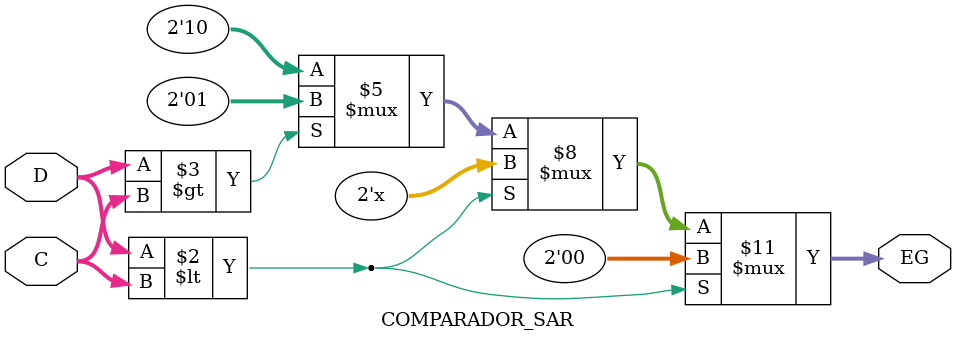
<source format=v>
module COMPARADOR_SAR #(
  parameter n = 8
  )
  (
    input [n-1:0] D,
    input [n-1:0] C,
    output reg [1:0] EG
    );

  always @ (D, C) begin
    if (D < C)
      EG = 2'b00;
    else if (D > C)
      EG = 2'b01;
    else
      EG = 2'b10;
  end
  
endmodule //

</source>
